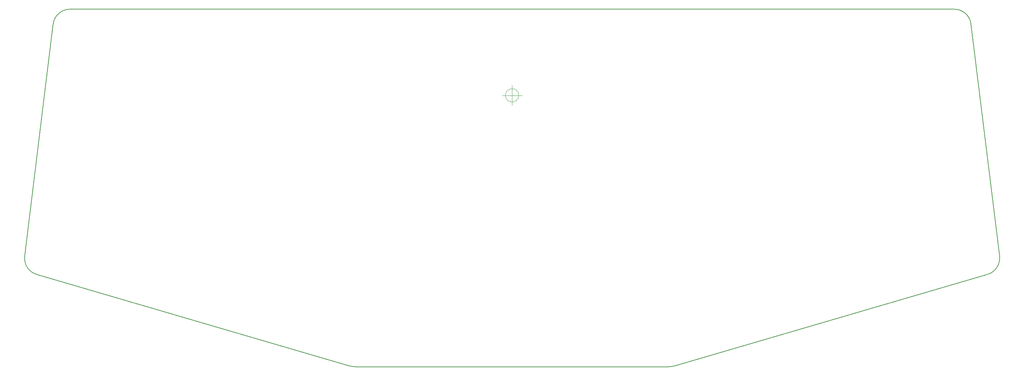
<source format=gbr>
%TF.GenerationSoftware,KiCad,Pcbnew,(5.1.10-1-10_14)*%
%TF.CreationDate,2021-09-26T20:25:07-05:00*%
%TF.ProjectId,LeChiffreBLE_Single_Side,4c654368-6966-4667-9265-424c455f5369,rev?*%
%TF.SameCoordinates,Original*%
%TF.FileFunction,Profile,NP*%
%FSLAX46Y46*%
G04 Gerber Fmt 4.6, Leading zero omitted, Abs format (unit mm)*
G04 Created by KiCad (PCBNEW (5.1.10-1-10_14)) date 2021-09-26 20:25:07*
%MOMM*%
%LPD*%
G01*
G04 APERTURE LIST*
%TA.AperFunction,Profile*%
%ADD10C,0.152000*%
%TD*%
%TA.AperFunction,Profile*%
%ADD11C,0.100000*%
%TD*%
G04 APERTURE END LIST*
D10*
X30724319Y-129889391D02*
X109245812Y-152889284D01*
X190227091Y-152889420D02*
X268787470Y-129887957D01*
X190227090Y-152889421D02*
G75*
G02*
X189043077Y-153059189I-1184013J4043940D01*
G01*
X110430291Y-153059189D02*
G75*
G02*
X109245812Y-152889284I0J4213708D01*
G01*
X110430291Y-153059189D02*
X189043077Y-153059189D01*
X34872010Y-67071010D02*
G75*
G02*
X39054379Y-63370255I4182369J-512953D01*
G01*
X149754177Y-63370255D02*
X39054379Y-63370255D01*
X260454219Y-63370255D02*
X149754177Y-63370255D01*
X260454219Y-63370255D02*
G75*
G02*
X264636555Y-67070738I0J-4213708D01*
G01*
X271785793Y-125330793D02*
X264636555Y-67070738D01*
X271785792Y-125330793D02*
G75*
G02*
X268787470Y-129887957I-4182335J-513225D01*
G01*
X30724319Y-129889391D02*
G75*
G02*
X27726429Y-125332635I1184479J4043803D01*
G01*
X34872010Y-67071010D02*
X27726429Y-125332635D01*
D11*
X151416666Y-84985000D02*
G75*
G03*
X151416666Y-84985000I-1666666J0D01*
G01*
X147250000Y-84985000D02*
X152250000Y-84985000D01*
X149750000Y-82485000D02*
X149750000Y-87485000D01*
M02*

</source>
